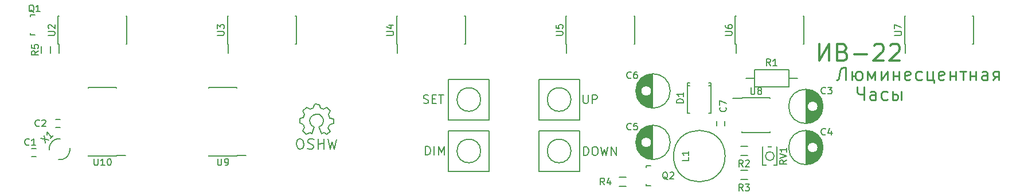
<source format=gto>
%FSLAX46Y46*%
G04 Gerber Fmt 4.6, Leading zero omitted, Abs format (unit mm)*
G04 Created by KiCad (PCBNEW (2014-10-27 BZR 5228)-product) date 7/21/2015 6:10:10 PM*
%MOMM*%
G01*
G04 APERTURE LIST*
%ADD10C,0.100000*%
%ADD11C,0.150000*%
%ADD12C,0.317500*%
%ADD13C,0.254000*%
%ADD14R,1.800860X2.499360*%
%ADD15R,0.800000X0.750000*%
%ADD16R,1.300000X1.300000*%
%ADD17C,1.300000*%
%ADD18R,0.750000X0.800000*%
%ADD19C,4.800600*%
%ADD20R,4.800600X4.800600*%
%ADD21C,2.286000*%
%ADD22R,1.905000X1.905000*%
%ADD23C,1.905000*%
%ADD24C,1.998980*%
%ADD25R,0.500000X0.900000*%
%ADD26R,1.000000X0.700000*%
%ADD27R,0.750000X0.700000*%
%ADD28R,2.100000X1.400000*%
%ADD29R,1.400000X1.900000*%
%ADD30O,1.400000X1.900000*%
%ADD31R,0.600000X1.500000*%
%ADD32C,1.000760*%
%ADD33R,1.550000X0.600000*%
%ADD34R,1.500000X0.600000*%
%ADD35R,2.032000X1.727200*%
%ADD36O,2.032000X1.727200*%
%ADD37R,0.800100X0.800100*%
%ADD38C,2.000000*%
%ADD39R,0.900000X0.500000*%
%ADD40C,1.778000*%
G04 APERTURE END LIST*
D10*
D11*
X61694786Y-44516524D02*
X61694786Y-43246524D01*
X61997167Y-43246524D01*
X62178595Y-43307000D01*
X62299548Y-43427952D01*
X62360024Y-43548905D01*
X62420500Y-43790810D01*
X62420500Y-43972238D01*
X62360024Y-44214143D01*
X62299548Y-44335095D01*
X62178595Y-44456048D01*
X61997167Y-44516524D01*
X61694786Y-44516524D01*
X62964786Y-44516524D02*
X62964786Y-43246524D01*
X63569548Y-44516524D02*
X63569548Y-43246524D01*
X63992881Y-44153667D01*
X64416215Y-43246524D01*
X64416215Y-44516524D01*
X61380310Y-36836048D02*
X61561738Y-36896524D01*
X61864119Y-36896524D01*
X61985072Y-36836048D01*
X62045548Y-36775571D01*
X62106024Y-36654619D01*
X62106024Y-36533667D01*
X62045548Y-36412714D01*
X61985072Y-36352238D01*
X61864119Y-36291762D01*
X61622215Y-36231286D01*
X61501262Y-36170810D01*
X61440786Y-36110333D01*
X61380310Y-35989381D01*
X61380310Y-35868429D01*
X61440786Y-35747476D01*
X61501262Y-35687000D01*
X61622215Y-35626524D01*
X61924595Y-35626524D01*
X62106024Y-35687000D01*
X62650310Y-36231286D02*
X63073643Y-36231286D01*
X63255072Y-36896524D02*
X62650310Y-36896524D01*
X62650310Y-35626524D01*
X63255072Y-35626524D01*
X63617929Y-35626524D02*
X64343644Y-35626524D01*
X63980787Y-36896524D02*
X63980787Y-35626524D01*
X85050691Y-44580024D02*
X85050691Y-43310024D01*
X85353072Y-43310024D01*
X85534500Y-43370500D01*
X85655453Y-43491452D01*
X85715929Y-43612405D01*
X85776405Y-43854310D01*
X85776405Y-44035738D01*
X85715929Y-44277643D01*
X85655453Y-44398595D01*
X85534500Y-44519548D01*
X85353072Y-44580024D01*
X85050691Y-44580024D01*
X86562596Y-43310024D02*
X86804500Y-43310024D01*
X86925453Y-43370500D01*
X87046405Y-43491452D01*
X87106881Y-43733357D01*
X87106881Y-44156690D01*
X87046405Y-44398595D01*
X86925453Y-44519548D01*
X86804500Y-44580024D01*
X86562596Y-44580024D01*
X86441643Y-44519548D01*
X86320691Y-44398595D01*
X86260215Y-44156690D01*
X86260215Y-43733357D01*
X86320691Y-43491452D01*
X86441643Y-43370500D01*
X86562596Y-43310024D01*
X87530215Y-43310024D02*
X87832596Y-44580024D01*
X88074500Y-43672881D01*
X88316405Y-44580024D01*
X88618786Y-43310024D01*
X89102596Y-44580024D02*
X89102596Y-43310024D01*
X89828310Y-44580024D01*
X89828310Y-43310024D01*
X84981143Y-35626524D02*
X84981143Y-36654619D01*
X85041619Y-36775571D01*
X85102095Y-36836048D01*
X85223048Y-36896524D01*
X85464952Y-36896524D01*
X85585905Y-36836048D01*
X85646381Y-36775571D01*
X85706857Y-36654619D01*
X85706857Y-35626524D01*
X86311619Y-36896524D02*
X86311619Y-35626524D01*
X86795428Y-35626524D01*
X86916381Y-35687000D01*
X86976857Y-35747476D01*
X87037333Y-35868429D01*
X87037333Y-36049857D01*
X86976857Y-36170810D01*
X86916381Y-36231286D01*
X86795428Y-36291762D01*
X86311619Y-36291762D01*
D12*
X119862600Y-28100867D02*
X119862600Y-30590067D01*
X121285000Y-28100867D01*
X121285000Y-30590067D01*
X123300066Y-29286200D02*
X123655666Y-29404733D01*
X123774199Y-29523267D01*
X123892733Y-29760333D01*
X123892733Y-30115933D01*
X123774199Y-30353000D01*
X123655666Y-30471533D01*
X123418599Y-30590067D01*
X122470333Y-30590067D01*
X122470333Y-28100867D01*
X123300066Y-28100867D01*
X123537133Y-28219400D01*
X123655666Y-28337933D01*
X123774199Y-28575000D01*
X123774199Y-28812067D01*
X123655666Y-29049133D01*
X123537133Y-29167667D01*
X123300066Y-29286200D01*
X122470333Y-29286200D01*
X124959533Y-29641800D02*
X126856066Y-29641800D01*
X127922866Y-28337933D02*
X128041400Y-28219400D01*
X128278466Y-28100867D01*
X128871133Y-28100867D01*
X129108200Y-28219400D01*
X129226733Y-28337933D01*
X129345266Y-28575000D01*
X129345266Y-28812067D01*
X129226733Y-29167667D01*
X127804333Y-30590067D01*
X129345266Y-30590067D01*
X130293533Y-28337933D02*
X130412067Y-28219400D01*
X130649133Y-28100867D01*
X131241800Y-28100867D01*
X131478867Y-28219400D01*
X131597400Y-28337933D01*
X131715933Y-28575000D01*
X131715933Y-28812067D01*
X131597400Y-29167667D01*
X130175000Y-30590067D01*
X131715933Y-30590067D01*
D13*
X123716143Y-33437286D02*
X123716143Y-31532286D01*
X123444000Y-31532286D01*
X123171857Y-31623000D01*
X122990429Y-31804429D01*
X122899714Y-32076571D01*
X122718286Y-33165143D01*
X122627571Y-33346571D01*
X122446143Y-33437286D01*
X122355429Y-33437286D01*
X124623285Y-32802286D02*
X125167571Y-32802286D01*
X124623285Y-32167286D02*
X124623285Y-33437286D01*
X125530428Y-33437286D02*
X125349000Y-33346571D01*
X125258285Y-33255857D01*
X125167571Y-33074429D01*
X125167571Y-32530143D01*
X125258285Y-32348714D01*
X125349000Y-32258000D01*
X125530428Y-32167286D01*
X125802571Y-32167286D01*
X125984000Y-32258000D01*
X126074714Y-32348714D01*
X126165428Y-32530143D01*
X126165428Y-33074429D01*
X126074714Y-33255857D01*
X125984000Y-33346571D01*
X125802571Y-33437286D01*
X125530428Y-33437286D01*
X126981856Y-33437286D02*
X126981856Y-32167286D01*
X127526142Y-33165143D01*
X128070428Y-32167286D01*
X128070428Y-33437286D01*
X128977570Y-32167286D02*
X128977570Y-33437286D01*
X129884713Y-32167286D01*
X129884713Y-33437286D01*
X130791856Y-32802286D02*
X131608285Y-32802286D01*
X130791856Y-32167286D02*
X130791856Y-33437286D01*
X131608285Y-32167286D02*
X131608285Y-33437286D01*
X133241142Y-33346571D02*
X133059713Y-33437286D01*
X132696856Y-33437286D01*
X132515427Y-33346571D01*
X132424713Y-33165143D01*
X132424713Y-32439429D01*
X132515427Y-32258000D01*
X132696856Y-32167286D01*
X133059713Y-32167286D01*
X133241142Y-32258000D01*
X133331856Y-32439429D01*
X133331856Y-32620857D01*
X132424713Y-32802286D01*
X134964713Y-33346571D02*
X134783284Y-33437286D01*
X134420427Y-33437286D01*
X134238999Y-33346571D01*
X134148284Y-33255857D01*
X134057570Y-33074429D01*
X134057570Y-32530143D01*
X134148284Y-32348714D01*
X134238999Y-32258000D01*
X134420427Y-32167286D01*
X134783284Y-32167286D01*
X134964713Y-32258000D01*
X136597570Y-32167286D02*
X136597570Y-33437286D01*
X135781141Y-32167286D02*
X135781141Y-33437286D01*
X136778999Y-33437286D01*
X136778999Y-33890857D01*
X138230427Y-33346571D02*
X138048998Y-33437286D01*
X137686141Y-33437286D01*
X137504712Y-33346571D01*
X137413998Y-33165143D01*
X137413998Y-32439429D01*
X137504712Y-32258000D01*
X137686141Y-32167286D01*
X138048998Y-32167286D01*
X138230427Y-32258000D01*
X138321141Y-32439429D01*
X138321141Y-32620857D01*
X137413998Y-32802286D01*
X139137569Y-32802286D02*
X139953998Y-32802286D01*
X139137569Y-32167286D02*
X139137569Y-33437286D01*
X139953998Y-32167286D02*
X139953998Y-33437286D01*
X140588998Y-32167286D02*
X141496140Y-32167286D01*
X141042569Y-32167286D02*
X141042569Y-33437286D01*
X142131140Y-32802286D02*
X142947569Y-32802286D01*
X142131140Y-32167286D02*
X142131140Y-33437286D01*
X142947569Y-32167286D02*
X142947569Y-33437286D01*
X144671140Y-33437286D02*
X144671140Y-32439429D01*
X144580426Y-32258000D01*
X144398997Y-32167286D01*
X144036140Y-32167286D01*
X143854711Y-32258000D01*
X144671140Y-33346571D02*
X144489711Y-33437286D01*
X144036140Y-33437286D01*
X143854711Y-33346571D01*
X143763997Y-33165143D01*
X143763997Y-32983714D01*
X143854711Y-32802286D01*
X144036140Y-32711571D01*
X144489711Y-32711571D01*
X144671140Y-32620857D01*
X145941140Y-32893000D02*
X145487568Y-33437286D01*
X146303997Y-33437286D02*
X146303997Y-32167286D01*
X145759711Y-32167286D01*
X145578282Y-32258000D01*
X145487568Y-32439429D01*
X145487568Y-32620857D01*
X145578282Y-32802286D01*
X145759711Y-32893000D01*
X146303997Y-32893000D01*
X126437572Y-34453286D02*
X126437572Y-36358286D01*
X125439715Y-34453286D02*
X125439715Y-35179000D01*
X125530429Y-35360429D01*
X125621144Y-35451143D01*
X125802572Y-35541857D01*
X126437572Y-35541857D01*
X128161144Y-36358286D02*
X128161144Y-35360429D01*
X128070430Y-35179000D01*
X127889001Y-35088286D01*
X127526144Y-35088286D01*
X127344715Y-35179000D01*
X128161144Y-36267571D02*
X127979715Y-36358286D01*
X127526144Y-36358286D01*
X127344715Y-36267571D01*
X127254001Y-36086143D01*
X127254001Y-35904714D01*
X127344715Y-35723286D01*
X127526144Y-35632571D01*
X127979715Y-35632571D01*
X128161144Y-35541857D01*
X129884715Y-36267571D02*
X129703286Y-36358286D01*
X129340429Y-36358286D01*
X129159001Y-36267571D01*
X129068286Y-36176857D01*
X128977572Y-35995429D01*
X128977572Y-35451143D01*
X129068286Y-35269714D01*
X129159001Y-35179000D01*
X129340429Y-35088286D01*
X129703286Y-35088286D01*
X129884715Y-35179000D01*
X131971143Y-35088286D02*
X131971143Y-36358286D01*
X130701143Y-35088286D02*
X130701143Y-36358286D01*
X131154715Y-36358286D01*
X131336143Y-36267571D01*
X131426858Y-36086143D01*
X131426858Y-35814000D01*
X131336143Y-35632571D01*
X131154715Y-35541857D01*
X130701143Y-35541857D01*
D11*
X100357940Y-34268860D02*
X100708460Y-34268860D01*
X103858060Y-34268860D02*
X103507540Y-34268860D01*
X100357940Y-38318440D02*
X100708460Y-38318440D01*
X100357940Y-33817560D02*
X100708460Y-33817560D01*
X103858060Y-33817560D02*
X103507540Y-33817560D01*
X103858060Y-38318440D02*
X103507540Y-38318440D01*
X100357940Y-33817560D02*
X100357940Y-38318440D01*
X103858060Y-33817560D02*
X103858060Y-38318440D01*
X4160000Y-44796000D02*
X3460000Y-44796000D01*
X3460000Y-43596000D02*
X4160000Y-43596000D01*
X7716000Y-40478000D02*
X7016000Y-40478000D01*
X7016000Y-39278000D02*
X7716000Y-39278000D01*
X117915000Y-34839000D02*
X117915000Y-39837000D01*
X118055000Y-34847000D02*
X118055000Y-37184000D01*
X118055000Y-37492000D02*
X118055000Y-39829000D01*
X118195000Y-34863000D02*
X118195000Y-36865000D01*
X118195000Y-37811000D02*
X118195000Y-39813000D01*
X118335000Y-34887000D02*
X118335000Y-36718000D01*
X118335000Y-37958000D02*
X118335000Y-39789000D01*
X118475000Y-34920000D02*
X118475000Y-36626000D01*
X118475000Y-38050000D02*
X118475000Y-39756000D01*
X118615000Y-34961000D02*
X118615000Y-36570000D01*
X118615000Y-38106000D02*
X118615000Y-39715000D01*
X118755000Y-35011000D02*
X118755000Y-36543000D01*
X118755000Y-38133000D02*
X118755000Y-39665000D01*
X118895000Y-35072000D02*
X118895000Y-36540000D01*
X118895000Y-38136000D02*
X118895000Y-39604000D01*
X119035000Y-35142000D02*
X119035000Y-36562000D01*
X119035000Y-38114000D02*
X119035000Y-39534000D01*
X119175000Y-35224000D02*
X119175000Y-36612000D01*
X119175000Y-38064000D02*
X119175000Y-39452000D01*
X119315000Y-35319000D02*
X119315000Y-36694000D01*
X119315000Y-37982000D02*
X119315000Y-39357000D01*
X119455000Y-35430000D02*
X119455000Y-36826000D01*
X119455000Y-37850000D02*
X119455000Y-39246000D01*
X119595000Y-35558000D02*
X119595000Y-37073000D01*
X119595000Y-37603000D02*
X119595000Y-39118000D01*
X119735000Y-35707000D02*
X119735000Y-38969000D01*
X119875000Y-35886000D02*
X119875000Y-38790000D01*
X120015000Y-36105000D02*
X120015000Y-38571000D01*
X120155000Y-36394000D02*
X120155000Y-38282000D01*
X120295000Y-36866000D02*
X120295000Y-37810000D01*
X119640000Y-37338000D02*
G75*
G03X119640000Y-37338000I-800000J0D01*
G01*
X120377500Y-37338000D02*
G75*
G03X120377500Y-37338000I-2537500J0D01*
G01*
X117915000Y-40935000D02*
X117915000Y-45933000D01*
X118055000Y-40943000D02*
X118055000Y-43280000D01*
X118055000Y-43588000D02*
X118055000Y-45925000D01*
X118195000Y-40959000D02*
X118195000Y-42961000D01*
X118195000Y-43907000D02*
X118195000Y-45909000D01*
X118335000Y-40983000D02*
X118335000Y-42814000D01*
X118335000Y-44054000D02*
X118335000Y-45885000D01*
X118475000Y-41016000D02*
X118475000Y-42722000D01*
X118475000Y-44146000D02*
X118475000Y-45852000D01*
X118615000Y-41057000D02*
X118615000Y-42666000D01*
X118615000Y-44202000D02*
X118615000Y-45811000D01*
X118755000Y-41107000D02*
X118755000Y-42639000D01*
X118755000Y-44229000D02*
X118755000Y-45761000D01*
X118895000Y-41168000D02*
X118895000Y-42636000D01*
X118895000Y-44232000D02*
X118895000Y-45700000D01*
X119035000Y-41238000D02*
X119035000Y-42658000D01*
X119035000Y-44210000D02*
X119035000Y-45630000D01*
X119175000Y-41320000D02*
X119175000Y-42708000D01*
X119175000Y-44160000D02*
X119175000Y-45548000D01*
X119315000Y-41415000D02*
X119315000Y-42790000D01*
X119315000Y-44078000D02*
X119315000Y-45453000D01*
X119455000Y-41526000D02*
X119455000Y-42922000D01*
X119455000Y-43946000D02*
X119455000Y-45342000D01*
X119595000Y-41654000D02*
X119595000Y-43169000D01*
X119595000Y-43699000D02*
X119595000Y-45214000D01*
X119735000Y-41803000D02*
X119735000Y-45065000D01*
X119875000Y-41982000D02*
X119875000Y-44886000D01*
X120015000Y-42201000D02*
X120015000Y-44667000D01*
X120155000Y-42490000D02*
X120155000Y-44378000D01*
X120295000Y-42962000D02*
X120295000Y-43906000D01*
X119640000Y-43434000D02*
G75*
G03X119640000Y-43434000I-800000J0D01*
G01*
X120377500Y-43434000D02*
G75*
G03X120377500Y-43434000I-2537500J0D01*
G01*
X95191000Y-45171000D02*
X95191000Y-40173000D01*
X95051000Y-45163000D02*
X95051000Y-42826000D01*
X95051000Y-42518000D02*
X95051000Y-40181000D01*
X94911000Y-45147000D02*
X94911000Y-43145000D01*
X94911000Y-42199000D02*
X94911000Y-40197000D01*
X94771000Y-45123000D02*
X94771000Y-43292000D01*
X94771000Y-42052000D02*
X94771000Y-40221000D01*
X94631000Y-45090000D02*
X94631000Y-43384000D01*
X94631000Y-41960000D02*
X94631000Y-40254000D01*
X94491000Y-45049000D02*
X94491000Y-43440000D01*
X94491000Y-41904000D02*
X94491000Y-40295000D01*
X94351000Y-44999000D02*
X94351000Y-43467000D01*
X94351000Y-41877000D02*
X94351000Y-40345000D01*
X94211000Y-44938000D02*
X94211000Y-43470000D01*
X94211000Y-41874000D02*
X94211000Y-40406000D01*
X94071000Y-44868000D02*
X94071000Y-43448000D01*
X94071000Y-41896000D02*
X94071000Y-40476000D01*
X93931000Y-44786000D02*
X93931000Y-43398000D01*
X93931000Y-41946000D02*
X93931000Y-40558000D01*
X93791000Y-44691000D02*
X93791000Y-43316000D01*
X93791000Y-42028000D02*
X93791000Y-40653000D01*
X93651000Y-44580000D02*
X93651000Y-43184000D01*
X93651000Y-42160000D02*
X93651000Y-40764000D01*
X93511000Y-44452000D02*
X93511000Y-42937000D01*
X93511000Y-42407000D02*
X93511000Y-40892000D01*
X93371000Y-44303000D02*
X93371000Y-41041000D01*
X93231000Y-44124000D02*
X93231000Y-41220000D01*
X93091000Y-43905000D02*
X93091000Y-41439000D01*
X92951000Y-43616000D02*
X92951000Y-41728000D01*
X92811000Y-43144000D02*
X92811000Y-42200000D01*
X95066000Y-42672000D02*
G75*
G03X95066000Y-42672000I-800000J0D01*
G01*
X97803500Y-42672000D02*
G75*
G03X97803500Y-42672000I-2537500J0D01*
G01*
X95191000Y-37551000D02*
X95191000Y-32553000D01*
X95051000Y-37543000D02*
X95051000Y-35206000D01*
X95051000Y-34898000D02*
X95051000Y-32561000D01*
X94911000Y-37527000D02*
X94911000Y-35525000D01*
X94911000Y-34579000D02*
X94911000Y-32577000D01*
X94771000Y-37503000D02*
X94771000Y-35672000D01*
X94771000Y-34432000D02*
X94771000Y-32601000D01*
X94631000Y-37470000D02*
X94631000Y-35764000D01*
X94631000Y-34340000D02*
X94631000Y-32634000D01*
X94491000Y-37429000D02*
X94491000Y-35820000D01*
X94491000Y-34284000D02*
X94491000Y-32675000D01*
X94351000Y-37379000D02*
X94351000Y-35847000D01*
X94351000Y-34257000D02*
X94351000Y-32725000D01*
X94211000Y-37318000D02*
X94211000Y-35850000D01*
X94211000Y-34254000D02*
X94211000Y-32786000D01*
X94071000Y-37248000D02*
X94071000Y-35828000D01*
X94071000Y-34276000D02*
X94071000Y-32856000D01*
X93931000Y-37166000D02*
X93931000Y-35778000D01*
X93931000Y-34326000D02*
X93931000Y-32938000D01*
X93791000Y-37071000D02*
X93791000Y-35696000D01*
X93791000Y-34408000D02*
X93791000Y-33033000D01*
X93651000Y-36960000D02*
X93651000Y-35564000D01*
X93651000Y-34540000D02*
X93651000Y-33144000D01*
X93511000Y-36832000D02*
X93511000Y-35317000D01*
X93511000Y-34787000D02*
X93511000Y-33272000D01*
X93371000Y-36683000D02*
X93371000Y-33421000D01*
X93231000Y-36504000D02*
X93231000Y-33600000D01*
X93091000Y-36285000D02*
X93091000Y-33819000D01*
X92951000Y-35996000D02*
X92951000Y-34108000D01*
X92811000Y-35524000D02*
X92811000Y-34580000D01*
X95066000Y-35052000D02*
G75*
G03X95066000Y-35052000I-800000J0D01*
G01*
X97803500Y-35052000D02*
G75*
G03X97803500Y-35052000I-2537500J0D01*
G01*
X104683000Y-40228000D02*
X104683000Y-39528000D01*
X105883000Y-39528000D02*
X105883000Y-40228000D01*
X105918000Y-44704000D02*
G75*
G03X105918000Y-44704000I-3810000J0D01*
G01*
X115316000Y-34417000D02*
X110236000Y-34417000D01*
X110236000Y-34417000D02*
X110236000Y-31877000D01*
X110236000Y-31877000D02*
X115316000Y-31877000D01*
X115316000Y-31877000D02*
X115316000Y-34417000D01*
X115316000Y-33147000D02*
X116586000Y-33147000D01*
X110236000Y-33147000D02*
X108966000Y-33147000D01*
X108212000Y-43267000D02*
X109212000Y-43267000D01*
X109212000Y-44617000D02*
X108212000Y-44617000D01*
X108212000Y-46823000D02*
X109212000Y-46823000D01*
X109212000Y-48173000D02*
X108212000Y-48173000D01*
X113172000Y-44704000D02*
G75*
G03X113172000Y-44704000I-650000J0D01*
G01*
X113572000Y-46054000D02*
X111472000Y-46054000D01*
X111472000Y-46054000D02*
X111472000Y-43354000D01*
X111472000Y-43354000D02*
X113572000Y-43354000D01*
X113572000Y-43354000D02*
X113572000Y-46054000D01*
X69822000Y-36322000D02*
G75*
G03X69822000Y-36322000I-1750000J0D01*
G01*
X65072000Y-33322000D02*
X71072000Y-33322000D01*
X71072000Y-33322000D02*
X71072000Y-39322000D01*
X71072000Y-39322000D02*
X65072000Y-39322000D01*
X65072000Y-39322000D02*
X65072000Y-33322000D01*
X83157000Y-36322000D02*
G75*
G03X83157000Y-36322000I-1750000J0D01*
G01*
X78407000Y-33322000D02*
X84407000Y-33322000D01*
X84407000Y-33322000D02*
X84407000Y-39322000D01*
X84407000Y-39322000D02*
X78407000Y-39322000D01*
X78407000Y-39322000D02*
X78407000Y-33322000D01*
X83157000Y-43942000D02*
G75*
G03X83157000Y-43942000I-1750000J0D01*
G01*
X84407000Y-46942000D02*
X78407000Y-46942000D01*
X78407000Y-46942000D02*
X78407000Y-40942000D01*
X78407000Y-40942000D02*
X84407000Y-40942000D01*
X84407000Y-40942000D02*
X84407000Y-46942000D01*
X69822000Y-43942000D02*
G75*
G03X69822000Y-43942000I-1750000J0D01*
G01*
X71072000Y-46942000D02*
X65072000Y-46942000D01*
X65072000Y-46942000D02*
X65072000Y-40942000D01*
X65072000Y-40942000D02*
X71072000Y-40942000D01*
X71072000Y-40942000D02*
X71072000Y-46942000D01*
X7421800Y-28110000D02*
X7526800Y-28110000D01*
X7421800Y-23960000D02*
X7526800Y-23960000D01*
X17571800Y-23960000D02*
X17466800Y-23960000D01*
X17571800Y-28110000D02*
X17466800Y-28110000D01*
X7421800Y-28110000D02*
X7421800Y-23960000D01*
X17571800Y-28110000D02*
X17571800Y-23960000D01*
X7526800Y-28110000D02*
X7526800Y-29485000D01*
X32423020Y-28110000D02*
X32528020Y-28110000D01*
X32423020Y-23960000D02*
X32528020Y-23960000D01*
X42573020Y-23960000D02*
X42468020Y-23960000D01*
X42573020Y-28110000D02*
X42468020Y-28110000D01*
X32423020Y-28110000D02*
X32423020Y-23960000D01*
X42573020Y-28110000D02*
X42573020Y-23960000D01*
X32528020Y-28110000D02*
X32528020Y-29485000D01*
X57409000Y-28110000D02*
X57514000Y-28110000D01*
X57409000Y-23960000D02*
X57514000Y-23960000D01*
X67559000Y-23960000D02*
X67454000Y-23960000D01*
X67559000Y-28110000D02*
X67454000Y-28110000D01*
X57409000Y-28110000D02*
X57409000Y-23960000D01*
X67559000Y-28110000D02*
X67559000Y-23960000D01*
X57514000Y-28110000D02*
X57514000Y-29485000D01*
X82428000Y-28110000D02*
X82533000Y-28110000D01*
X82428000Y-23960000D02*
X82533000Y-23960000D01*
X92578000Y-23960000D02*
X92473000Y-23960000D01*
X92578000Y-28110000D02*
X92473000Y-28110000D01*
X82428000Y-28110000D02*
X82428000Y-23960000D01*
X92578000Y-28110000D02*
X92578000Y-23960000D01*
X82533000Y-28110000D02*
X82533000Y-29485000D01*
X107421600Y-28110000D02*
X107526600Y-28110000D01*
X107421600Y-23960000D02*
X107526600Y-23960000D01*
X117571600Y-23960000D02*
X117466600Y-23960000D01*
X117571600Y-28110000D02*
X117466600Y-28110000D01*
X107421600Y-28110000D02*
X107421600Y-23960000D01*
X117571600Y-28110000D02*
X117571600Y-23960000D01*
X107526600Y-28110000D02*
X107526600Y-29485000D01*
X132415200Y-28110000D02*
X132520200Y-28110000D01*
X132415200Y-23960000D02*
X132520200Y-23960000D01*
X142565200Y-23960000D02*
X142460200Y-23960000D01*
X142565200Y-28110000D02*
X142460200Y-28110000D01*
X132415200Y-28110000D02*
X132415200Y-23960000D01*
X142565200Y-28110000D02*
X142565200Y-23960000D01*
X132520200Y-28110000D02*
X132520200Y-29485000D01*
X9175380Y-43759842D02*
X9175380Y-43547908D01*
X6100541Y-43440145D02*
X6098745Y-43793967D01*
X9175380Y-43759842D02*
X9105334Y-44181914D01*
X9105334Y-44181914D02*
X8821558Y-44677624D01*
X8821558Y-44677624D02*
X8539578Y-44959604D01*
X8539578Y-44959604D02*
X8043868Y-45171538D01*
X8043868Y-45171538D02*
X7514033Y-45209255D01*
X7691842Y-42132620D02*
X7302099Y-42166745D01*
X7302099Y-42166745D02*
X6840514Y-42344554D01*
X6840514Y-42344554D02*
X6488488Y-42628330D01*
X6488488Y-42628330D02*
X6204712Y-43052198D01*
X6204712Y-43052198D02*
X6100541Y-43440145D01*
X108415000Y-36033000D02*
X108415000Y-36178000D01*
X112565000Y-36033000D02*
X112565000Y-36178000D01*
X112565000Y-41183000D02*
X112565000Y-41038000D01*
X108415000Y-41183000D02*
X108415000Y-41038000D01*
X108415000Y-36033000D02*
X112565000Y-36033000D01*
X108415000Y-41183000D02*
X112565000Y-41183000D01*
X108415000Y-36178000D02*
X107015000Y-36178000D01*
X33825000Y-44699000D02*
X33825000Y-44594000D01*
X29675000Y-44699000D02*
X29675000Y-44594000D01*
X29675000Y-34549000D02*
X29675000Y-34654000D01*
X33825000Y-34549000D02*
X33825000Y-34654000D01*
X33825000Y-44699000D02*
X29675000Y-44699000D01*
X33825000Y-34549000D02*
X29675000Y-34549000D01*
X33825000Y-44594000D02*
X35200000Y-44594000D01*
X16045000Y-44699000D02*
X16045000Y-44594000D01*
X11895000Y-44699000D02*
X11895000Y-44594000D01*
X11895000Y-34549000D02*
X11895000Y-34654000D01*
X16045000Y-34549000D02*
X16045000Y-34654000D01*
X16045000Y-44699000D02*
X11895000Y-44699000D01*
X16045000Y-34549000D02*
X11895000Y-34549000D01*
X16045000Y-44594000D02*
X17420000Y-44594000D01*
X47261780Y-42186860D02*
X47622460Y-43657520D01*
X47622460Y-43657520D02*
X47901860Y-42595800D01*
X47901860Y-42595800D02*
X48211740Y-43667680D01*
X48211740Y-43667680D02*
X48552100Y-42217340D01*
X45841920Y-42877740D02*
X46631860Y-42867580D01*
X46631860Y-42867580D02*
X46642020Y-42877740D01*
X46642020Y-42877740D02*
X46642020Y-42867580D01*
X46682660Y-42156380D02*
X46682660Y-43698160D01*
X45793660Y-42146220D02*
X45793660Y-43715940D01*
X45793660Y-43715940D02*
X45803820Y-43705780D01*
X45242480Y-42247820D02*
X44891960Y-42166540D01*
X44891960Y-42166540D02*
X44571920Y-42156380D01*
X44571920Y-42156380D02*
X44333160Y-42357040D01*
X44333160Y-42357040D02*
X44302680Y-42626280D01*
X44302680Y-42626280D02*
X44543980Y-42867580D01*
X44543980Y-42867580D02*
X44932600Y-42997120D01*
X44932600Y-42997120D02*
X45112940Y-43157140D01*
X45112940Y-43157140D02*
X45153580Y-43456860D01*
X45153580Y-43456860D02*
X44922440Y-43677840D01*
X44922440Y-43677840D02*
X44602400Y-43705780D01*
X44602400Y-43705780D02*
X44251880Y-43596560D01*
X43213020Y-42146220D02*
X42964100Y-42166540D01*
X42964100Y-42166540D02*
X42722800Y-42407840D01*
X42722800Y-42407840D02*
X42633900Y-42898060D01*
X42633900Y-42898060D02*
X42661840Y-43246040D01*
X42661840Y-43246040D02*
X42862500Y-43566080D01*
X42862500Y-43566080D02*
X43113960Y-43688000D01*
X43113960Y-43688000D02*
X43423840Y-43616880D01*
X43423840Y-43616880D02*
X43642280Y-43436540D01*
X43642280Y-43436540D02*
X43713400Y-42976800D01*
X43713400Y-42976800D02*
X43662600Y-42567860D01*
X43662600Y-42567860D02*
X43553380Y-42285920D01*
X43553380Y-42285920D02*
X43192700Y-42156380D01*
X43812460Y-40426640D02*
X43553380Y-40987980D01*
X43553380Y-40987980D02*
X44091860Y-41506140D01*
X44091860Y-41506140D02*
X44612560Y-41236900D01*
X44612560Y-41236900D02*
X44891960Y-41396920D01*
X46332140Y-41376600D02*
X46662340Y-41186100D01*
X46662340Y-41186100D02*
X47101760Y-41516300D01*
X47101760Y-41516300D02*
X47574200Y-41026080D01*
X47574200Y-41026080D02*
X47292260Y-40546020D01*
X47292260Y-40546020D02*
X47482760Y-40076120D01*
X47482760Y-40076120D02*
X48092360Y-39888160D01*
X48092360Y-39888160D02*
X48092360Y-39207440D01*
X48092360Y-39207440D02*
X47533560Y-39067740D01*
X47533560Y-39067740D02*
X47332900Y-38496240D01*
X47332900Y-38496240D02*
X47602140Y-38026340D01*
X47602140Y-38026340D02*
X47132240Y-37515800D01*
X47132240Y-37515800D02*
X46614080Y-37777420D01*
X46614080Y-37777420D02*
X46144180Y-37576760D01*
X46144180Y-37576760D02*
X45974000Y-37035740D01*
X45974000Y-37035740D02*
X45283120Y-37017960D01*
X45283120Y-37017960D02*
X45072300Y-37566600D01*
X45072300Y-37566600D02*
X44653200Y-37736780D01*
X44653200Y-37736780D02*
X44102020Y-37467540D01*
X44102020Y-37467540D02*
X43583860Y-37995860D01*
X43583860Y-37995860D02*
X43832780Y-38536880D01*
X43832780Y-38536880D02*
X43662600Y-39016940D01*
X43662600Y-39016940D02*
X43113960Y-39116000D01*
X43113960Y-39116000D02*
X43103800Y-39817040D01*
X43103800Y-39817040D02*
X43662600Y-40017700D01*
X43662600Y-40017700D02*
X43802300Y-40416480D01*
X45943520Y-40396160D02*
X46243240Y-40246300D01*
X46243240Y-40246300D02*
X46443900Y-40048180D01*
X46443900Y-40048180D02*
X46593760Y-39646860D01*
X46593760Y-39646860D02*
X46593760Y-39248080D01*
X46593760Y-39248080D02*
X46443900Y-38897560D01*
X46443900Y-38897560D02*
X45991780Y-38547040D01*
X45991780Y-38547040D02*
X45542200Y-38496240D01*
X45542200Y-38496240D02*
X45143420Y-38597840D01*
X45143420Y-38597840D02*
X44742100Y-38945820D01*
X44742100Y-38945820D02*
X44592240Y-39397940D01*
X44592240Y-39397940D02*
X44643040Y-39895780D01*
X44643040Y-39895780D02*
X44891960Y-40198040D01*
X44891960Y-40198040D02*
X45242480Y-40396160D01*
X45242480Y-40396160D02*
X44891960Y-41396920D01*
X45943520Y-40396160D02*
X46342300Y-41396920D01*
X3286760Y-23973840D02*
X3286760Y-24022100D01*
X3987800Y-26772820D02*
X3286760Y-26772820D01*
X3286760Y-26772820D02*
X3286760Y-26523900D01*
X3286760Y-23973840D02*
X3286760Y-23773180D01*
X3286760Y-23773180D02*
X3987800Y-23773180D01*
X94218760Y-46325840D02*
X94218760Y-46374100D01*
X94919800Y-49124820D02*
X94218760Y-49124820D01*
X94218760Y-49124820D02*
X94218760Y-48875900D01*
X94218760Y-46325840D02*
X94218760Y-46125180D01*
X94218760Y-46125180D02*
X94919800Y-46125180D01*
X90305000Y-47839000D02*
X91305000Y-47839000D01*
X91305000Y-49189000D02*
X90305000Y-49189000D01*
X4913000Y-29456000D02*
X4913000Y-28456000D01*
X6263000Y-28456000D02*
X6263000Y-29456000D01*
X99766381Y-36806095D02*
X98766381Y-36806095D01*
X98766381Y-36568000D01*
X98814000Y-36425142D01*
X98909238Y-36329904D01*
X99004476Y-36282285D01*
X99194952Y-36234666D01*
X99337810Y-36234666D01*
X99528286Y-36282285D01*
X99623524Y-36329904D01*
X99718762Y-36425142D01*
X99766381Y-36568000D01*
X99766381Y-36806095D01*
X99766381Y-35282285D02*
X99766381Y-35853714D01*
X99766381Y-35568000D02*
X98766381Y-35568000D01*
X98909238Y-35663238D01*
X99004476Y-35758476D01*
X99052095Y-35853714D01*
X3135334Y-43029143D02*
X3087715Y-43076762D01*
X2944858Y-43124381D01*
X2849620Y-43124381D01*
X2706762Y-43076762D01*
X2611524Y-42981524D01*
X2563905Y-42886286D01*
X2516286Y-42695810D01*
X2516286Y-42552952D01*
X2563905Y-42362476D01*
X2611524Y-42267238D01*
X2706762Y-42172000D01*
X2849620Y-42124381D01*
X2944858Y-42124381D01*
X3087715Y-42172000D01*
X3135334Y-42219619D01*
X4087715Y-43124381D02*
X3516286Y-43124381D01*
X3802000Y-43124381D02*
X3802000Y-42124381D01*
X3706762Y-42267238D01*
X3611524Y-42362476D01*
X3516286Y-42410095D01*
X4659334Y-40235143D02*
X4611715Y-40282762D01*
X4468858Y-40330381D01*
X4373620Y-40330381D01*
X4230762Y-40282762D01*
X4135524Y-40187524D01*
X4087905Y-40092286D01*
X4040286Y-39901810D01*
X4040286Y-39758952D01*
X4087905Y-39568476D01*
X4135524Y-39473238D01*
X4230762Y-39378000D01*
X4373620Y-39330381D01*
X4468858Y-39330381D01*
X4611715Y-39378000D01*
X4659334Y-39425619D01*
X5040286Y-39425619D02*
X5087905Y-39378000D01*
X5183143Y-39330381D01*
X5421239Y-39330381D01*
X5516477Y-39378000D01*
X5564096Y-39425619D01*
X5611715Y-39520857D01*
X5611715Y-39616095D01*
X5564096Y-39758952D01*
X4992667Y-40330381D01*
X5611715Y-40330381D01*
X120737334Y-35409143D02*
X120689715Y-35456762D01*
X120546858Y-35504381D01*
X120451620Y-35504381D01*
X120308762Y-35456762D01*
X120213524Y-35361524D01*
X120165905Y-35266286D01*
X120118286Y-35075810D01*
X120118286Y-34932952D01*
X120165905Y-34742476D01*
X120213524Y-34647238D01*
X120308762Y-34552000D01*
X120451620Y-34504381D01*
X120546858Y-34504381D01*
X120689715Y-34552000D01*
X120737334Y-34599619D01*
X121070667Y-34504381D02*
X121689715Y-34504381D01*
X121356381Y-34885333D01*
X121499239Y-34885333D01*
X121594477Y-34932952D01*
X121642096Y-34980571D01*
X121689715Y-35075810D01*
X121689715Y-35313905D01*
X121642096Y-35409143D01*
X121594477Y-35456762D01*
X121499239Y-35504381D01*
X121213524Y-35504381D01*
X121118286Y-35456762D01*
X121070667Y-35409143D01*
X120737334Y-41505143D02*
X120689715Y-41552762D01*
X120546858Y-41600381D01*
X120451620Y-41600381D01*
X120308762Y-41552762D01*
X120213524Y-41457524D01*
X120165905Y-41362286D01*
X120118286Y-41171810D01*
X120118286Y-41028952D01*
X120165905Y-40838476D01*
X120213524Y-40743238D01*
X120308762Y-40648000D01*
X120451620Y-40600381D01*
X120546858Y-40600381D01*
X120689715Y-40648000D01*
X120737334Y-40695619D01*
X121594477Y-40933714D02*
X121594477Y-41600381D01*
X121356381Y-40552762D02*
X121118286Y-41267048D01*
X121737334Y-41267048D01*
X92035334Y-40743143D02*
X91987715Y-40790762D01*
X91844858Y-40838381D01*
X91749620Y-40838381D01*
X91606762Y-40790762D01*
X91511524Y-40695524D01*
X91463905Y-40600286D01*
X91416286Y-40409810D01*
X91416286Y-40266952D01*
X91463905Y-40076476D01*
X91511524Y-39981238D01*
X91606762Y-39886000D01*
X91749620Y-39838381D01*
X91844858Y-39838381D01*
X91987715Y-39886000D01*
X92035334Y-39933619D01*
X92940096Y-39838381D02*
X92463905Y-39838381D01*
X92416286Y-40314571D01*
X92463905Y-40266952D01*
X92559143Y-40219333D01*
X92797239Y-40219333D01*
X92892477Y-40266952D01*
X92940096Y-40314571D01*
X92987715Y-40409810D01*
X92987715Y-40647905D01*
X92940096Y-40743143D01*
X92892477Y-40790762D01*
X92797239Y-40838381D01*
X92559143Y-40838381D01*
X92463905Y-40790762D01*
X92416286Y-40743143D01*
X92035334Y-33123143D02*
X91987715Y-33170762D01*
X91844858Y-33218381D01*
X91749620Y-33218381D01*
X91606762Y-33170762D01*
X91511524Y-33075524D01*
X91463905Y-32980286D01*
X91416286Y-32789810D01*
X91416286Y-32646952D01*
X91463905Y-32456476D01*
X91511524Y-32361238D01*
X91606762Y-32266000D01*
X91749620Y-32218381D01*
X91844858Y-32218381D01*
X91987715Y-32266000D01*
X92035334Y-32313619D01*
X92892477Y-32218381D02*
X92702000Y-32218381D01*
X92606762Y-32266000D01*
X92559143Y-32313619D01*
X92463905Y-32456476D01*
X92416286Y-32646952D01*
X92416286Y-33027905D01*
X92463905Y-33123143D01*
X92511524Y-33170762D01*
X92606762Y-33218381D01*
X92797239Y-33218381D01*
X92892477Y-33170762D01*
X92940096Y-33123143D01*
X92987715Y-33027905D01*
X92987715Y-32789810D01*
X92940096Y-32694571D01*
X92892477Y-32646952D01*
X92797239Y-32599333D01*
X92606762Y-32599333D01*
X92511524Y-32646952D01*
X92463905Y-32694571D01*
X92416286Y-32789810D01*
X106021143Y-37504666D02*
X106068762Y-37552285D01*
X106116381Y-37695142D01*
X106116381Y-37790380D01*
X106068762Y-37933238D01*
X105973524Y-38028476D01*
X105878286Y-38076095D01*
X105687810Y-38123714D01*
X105544952Y-38123714D01*
X105354476Y-38076095D01*
X105259238Y-38028476D01*
X105164000Y-37933238D01*
X105116381Y-37790380D01*
X105116381Y-37695142D01*
X105164000Y-37552285D01*
X105211619Y-37504666D01*
X105116381Y-37171333D02*
X105116381Y-36504666D01*
X106116381Y-36933238D01*
X100561401Y-44870666D02*
X100561401Y-45346857D01*
X99561401Y-45346857D01*
X100561401Y-44013523D02*
X100561401Y-44584952D01*
X100561401Y-44299238D02*
X99561401Y-44299238D01*
X99704258Y-44394476D01*
X99799496Y-44489714D01*
X99847115Y-44584952D01*
X112609334Y-31313381D02*
X112276000Y-30837190D01*
X112037905Y-31313381D02*
X112037905Y-30313381D01*
X112418858Y-30313381D01*
X112514096Y-30361000D01*
X112561715Y-30408619D01*
X112609334Y-30503857D01*
X112609334Y-30646714D01*
X112561715Y-30741952D01*
X112514096Y-30789571D01*
X112418858Y-30837190D01*
X112037905Y-30837190D01*
X113561715Y-31313381D02*
X112990286Y-31313381D01*
X113276000Y-31313381D02*
X113276000Y-30313381D01*
X113180762Y-30456238D01*
X113085524Y-30551476D01*
X112990286Y-30599095D01*
X108545334Y-46294381D02*
X108212000Y-45818190D01*
X107973905Y-46294381D02*
X107973905Y-45294381D01*
X108354858Y-45294381D01*
X108450096Y-45342000D01*
X108497715Y-45389619D01*
X108545334Y-45484857D01*
X108545334Y-45627714D01*
X108497715Y-45722952D01*
X108450096Y-45770571D01*
X108354858Y-45818190D01*
X107973905Y-45818190D01*
X108926286Y-45389619D02*
X108973905Y-45342000D01*
X109069143Y-45294381D01*
X109307239Y-45294381D01*
X109402477Y-45342000D01*
X109450096Y-45389619D01*
X109497715Y-45484857D01*
X109497715Y-45580095D01*
X109450096Y-45722952D01*
X108878667Y-46294381D01*
X109497715Y-46294381D01*
X108545334Y-49850381D02*
X108212000Y-49374190D01*
X107973905Y-49850381D02*
X107973905Y-48850381D01*
X108354858Y-48850381D01*
X108450096Y-48898000D01*
X108497715Y-48945619D01*
X108545334Y-49040857D01*
X108545334Y-49183714D01*
X108497715Y-49278952D01*
X108450096Y-49326571D01*
X108354858Y-49374190D01*
X107973905Y-49374190D01*
X108878667Y-48850381D02*
X109497715Y-48850381D01*
X109164381Y-49231333D01*
X109307239Y-49231333D01*
X109402477Y-49278952D01*
X109450096Y-49326571D01*
X109497715Y-49421810D01*
X109497715Y-49659905D01*
X109450096Y-49755143D01*
X109402477Y-49802762D01*
X109307239Y-49850381D01*
X109021524Y-49850381D01*
X108926286Y-49802762D01*
X108878667Y-49755143D01*
X114974381Y-45299238D02*
X114498190Y-45632572D01*
X114974381Y-45870667D02*
X113974381Y-45870667D01*
X113974381Y-45489714D01*
X114022000Y-45394476D01*
X114069619Y-45346857D01*
X114164857Y-45299238D01*
X114307714Y-45299238D01*
X114402952Y-45346857D01*
X114450571Y-45394476D01*
X114498190Y-45489714D01*
X114498190Y-45870667D01*
X113974381Y-45013524D02*
X114974381Y-44680191D01*
X113974381Y-44346857D01*
X114974381Y-43489714D02*
X114974381Y-44061143D01*
X114974381Y-43775429D02*
X113974381Y-43775429D01*
X114117238Y-43870667D01*
X114212476Y-43965905D01*
X114260095Y-44061143D01*
X5949181Y-26796905D02*
X6758705Y-26796905D01*
X6853943Y-26749286D01*
X6901562Y-26701667D01*
X6949181Y-26606429D01*
X6949181Y-26415952D01*
X6901562Y-26320714D01*
X6853943Y-26273095D01*
X6758705Y-26225476D01*
X5949181Y-26225476D01*
X6044419Y-25796905D02*
X5996800Y-25749286D01*
X5949181Y-25654048D01*
X5949181Y-25415952D01*
X5996800Y-25320714D01*
X6044419Y-25273095D01*
X6139657Y-25225476D01*
X6234895Y-25225476D01*
X6377752Y-25273095D01*
X6949181Y-25844524D01*
X6949181Y-25225476D01*
X30950401Y-26796905D02*
X31759925Y-26796905D01*
X31855163Y-26749286D01*
X31902782Y-26701667D01*
X31950401Y-26606429D01*
X31950401Y-26415952D01*
X31902782Y-26320714D01*
X31855163Y-26273095D01*
X31759925Y-26225476D01*
X30950401Y-26225476D01*
X30950401Y-25844524D02*
X30950401Y-25225476D01*
X31331353Y-25558810D01*
X31331353Y-25415952D01*
X31378972Y-25320714D01*
X31426591Y-25273095D01*
X31521830Y-25225476D01*
X31759925Y-25225476D01*
X31855163Y-25273095D01*
X31902782Y-25320714D01*
X31950401Y-25415952D01*
X31950401Y-25701667D01*
X31902782Y-25796905D01*
X31855163Y-25844524D01*
X55936381Y-26796905D02*
X56745905Y-26796905D01*
X56841143Y-26749286D01*
X56888762Y-26701667D01*
X56936381Y-26606429D01*
X56936381Y-26415952D01*
X56888762Y-26320714D01*
X56841143Y-26273095D01*
X56745905Y-26225476D01*
X55936381Y-26225476D01*
X56269714Y-25320714D02*
X56936381Y-25320714D01*
X55888762Y-25558810D02*
X56603048Y-25796905D01*
X56603048Y-25177857D01*
X80955381Y-26796905D02*
X81764905Y-26796905D01*
X81860143Y-26749286D01*
X81907762Y-26701667D01*
X81955381Y-26606429D01*
X81955381Y-26415952D01*
X81907762Y-26320714D01*
X81860143Y-26273095D01*
X81764905Y-26225476D01*
X80955381Y-26225476D01*
X80955381Y-25273095D02*
X80955381Y-25749286D01*
X81431571Y-25796905D01*
X81383952Y-25749286D01*
X81336333Y-25654048D01*
X81336333Y-25415952D01*
X81383952Y-25320714D01*
X81431571Y-25273095D01*
X81526810Y-25225476D01*
X81764905Y-25225476D01*
X81860143Y-25273095D01*
X81907762Y-25320714D01*
X81955381Y-25415952D01*
X81955381Y-25654048D01*
X81907762Y-25749286D01*
X81860143Y-25796905D01*
X105948981Y-26796905D02*
X106758505Y-26796905D01*
X106853743Y-26749286D01*
X106901362Y-26701667D01*
X106948981Y-26606429D01*
X106948981Y-26415952D01*
X106901362Y-26320714D01*
X106853743Y-26273095D01*
X106758505Y-26225476D01*
X105948981Y-26225476D01*
X105948981Y-25320714D02*
X105948981Y-25511191D01*
X105996600Y-25606429D01*
X106044219Y-25654048D01*
X106187076Y-25749286D01*
X106377552Y-25796905D01*
X106758505Y-25796905D01*
X106853743Y-25749286D01*
X106901362Y-25701667D01*
X106948981Y-25606429D01*
X106948981Y-25415952D01*
X106901362Y-25320714D01*
X106853743Y-25273095D01*
X106758505Y-25225476D01*
X106520410Y-25225476D01*
X106425171Y-25273095D01*
X106377552Y-25320714D01*
X106329933Y-25415952D01*
X106329933Y-25606429D01*
X106377552Y-25701667D01*
X106425171Y-25749286D01*
X106520410Y-25796905D01*
X130942581Y-26796905D02*
X131752105Y-26796905D01*
X131847343Y-26749286D01*
X131894962Y-26701667D01*
X131942581Y-26606429D01*
X131942581Y-26415952D01*
X131894962Y-26320714D01*
X131847343Y-26273095D01*
X131752105Y-26225476D01*
X130942581Y-26225476D01*
X130942581Y-25844524D02*
X130942581Y-25177857D01*
X131942581Y-25606429D01*
X4864304Y-42077144D02*
X6042816Y-42312846D01*
X5335709Y-41605739D02*
X5571411Y-42784251D01*
X6682579Y-41673082D02*
X6278518Y-42077144D01*
X6480548Y-41875113D02*
X5773441Y-41168007D01*
X5807113Y-41336365D01*
X5807113Y-41471052D01*
X5773441Y-41572067D01*
X109728095Y-34560381D02*
X109728095Y-35369905D01*
X109775714Y-35465143D01*
X109823333Y-35512762D01*
X109918571Y-35560381D01*
X110109048Y-35560381D01*
X110204286Y-35512762D01*
X110251905Y-35465143D01*
X110299524Y-35369905D01*
X110299524Y-34560381D01*
X110918571Y-34988952D02*
X110823333Y-34941333D01*
X110775714Y-34893714D01*
X110728095Y-34798476D01*
X110728095Y-34750857D01*
X110775714Y-34655619D01*
X110823333Y-34608000D01*
X110918571Y-34560381D01*
X111109048Y-34560381D01*
X111204286Y-34608000D01*
X111251905Y-34655619D01*
X111299524Y-34750857D01*
X111299524Y-34798476D01*
X111251905Y-34893714D01*
X111204286Y-34941333D01*
X111109048Y-34988952D01*
X110918571Y-34988952D01*
X110823333Y-35036571D01*
X110775714Y-35084190D01*
X110728095Y-35179429D01*
X110728095Y-35369905D01*
X110775714Y-35465143D01*
X110823333Y-35512762D01*
X110918571Y-35560381D01*
X111109048Y-35560381D01*
X111204286Y-35512762D01*
X111251905Y-35465143D01*
X111299524Y-35369905D01*
X111299524Y-35179429D01*
X111251905Y-35084190D01*
X111204286Y-35036571D01*
X111109048Y-34988952D01*
X30988095Y-45076381D02*
X30988095Y-45885905D01*
X31035714Y-45981143D01*
X31083333Y-46028762D01*
X31178571Y-46076381D01*
X31369048Y-46076381D01*
X31464286Y-46028762D01*
X31511905Y-45981143D01*
X31559524Y-45885905D01*
X31559524Y-45076381D01*
X32083333Y-46076381D02*
X32273809Y-46076381D01*
X32369048Y-46028762D01*
X32416667Y-45981143D01*
X32511905Y-45838286D01*
X32559524Y-45647810D01*
X32559524Y-45266857D01*
X32511905Y-45171619D01*
X32464286Y-45124000D01*
X32369048Y-45076381D01*
X32178571Y-45076381D01*
X32083333Y-45124000D01*
X32035714Y-45171619D01*
X31988095Y-45266857D01*
X31988095Y-45504952D01*
X32035714Y-45600190D01*
X32083333Y-45647810D01*
X32178571Y-45695429D01*
X32369048Y-45695429D01*
X32464286Y-45647810D01*
X32511905Y-45600190D01*
X32559524Y-45504952D01*
X12731905Y-45076381D02*
X12731905Y-45885905D01*
X12779524Y-45981143D01*
X12827143Y-46028762D01*
X12922381Y-46076381D01*
X13112858Y-46076381D01*
X13208096Y-46028762D01*
X13255715Y-45981143D01*
X13303334Y-45885905D01*
X13303334Y-45076381D01*
X14303334Y-46076381D02*
X13731905Y-46076381D01*
X14017619Y-46076381D02*
X14017619Y-45076381D01*
X13922381Y-45219238D01*
X13827143Y-45314476D01*
X13731905Y-45362095D01*
X14922381Y-45076381D02*
X15017620Y-45076381D01*
X15112858Y-45124000D01*
X15160477Y-45171619D01*
X15208096Y-45266857D01*
X15255715Y-45457333D01*
X15255715Y-45695429D01*
X15208096Y-45885905D01*
X15160477Y-45981143D01*
X15112858Y-46028762D01*
X15017620Y-46076381D01*
X14922381Y-46076381D01*
X14827143Y-46028762D01*
X14779524Y-45981143D01*
X14731905Y-45885905D01*
X14684286Y-45695429D01*
X14684286Y-45457333D01*
X14731905Y-45266857D01*
X14779524Y-45171619D01*
X14827143Y-45124000D01*
X14922381Y-45076381D01*
X3841762Y-23407619D02*
X3746524Y-23360000D01*
X3651286Y-23264762D01*
X3508429Y-23121905D01*
X3413190Y-23074286D01*
X3317952Y-23074286D01*
X3365571Y-23312381D02*
X3270333Y-23264762D01*
X3175095Y-23169524D01*
X3127476Y-22979048D01*
X3127476Y-22645714D01*
X3175095Y-22455238D01*
X3270333Y-22360000D01*
X3365571Y-22312381D01*
X3556048Y-22312381D01*
X3651286Y-22360000D01*
X3746524Y-22455238D01*
X3794143Y-22645714D01*
X3794143Y-22979048D01*
X3746524Y-23169524D01*
X3651286Y-23264762D01*
X3556048Y-23312381D01*
X3365571Y-23312381D01*
X4746524Y-23312381D02*
X4175095Y-23312381D01*
X4460809Y-23312381D02*
X4460809Y-22312381D01*
X4365571Y-22455238D01*
X4270333Y-22550476D01*
X4175095Y-22598095D01*
X97440762Y-48172619D02*
X97345524Y-48125000D01*
X97250286Y-48029762D01*
X97107429Y-47886905D01*
X97012190Y-47839286D01*
X96916952Y-47839286D01*
X96964571Y-48077381D02*
X96869333Y-48029762D01*
X96774095Y-47934524D01*
X96726476Y-47744048D01*
X96726476Y-47410714D01*
X96774095Y-47220238D01*
X96869333Y-47125000D01*
X96964571Y-47077381D01*
X97155048Y-47077381D01*
X97250286Y-47125000D01*
X97345524Y-47220238D01*
X97393143Y-47410714D01*
X97393143Y-47744048D01*
X97345524Y-47934524D01*
X97250286Y-48029762D01*
X97155048Y-48077381D01*
X96964571Y-48077381D01*
X97774095Y-47172619D02*
X97821714Y-47125000D01*
X97916952Y-47077381D01*
X98155048Y-47077381D01*
X98250286Y-47125000D01*
X98297905Y-47172619D01*
X98345524Y-47267857D01*
X98345524Y-47363095D01*
X98297905Y-47505952D01*
X97726476Y-48077381D01*
X98345524Y-48077381D01*
X88098334Y-48966381D02*
X87765000Y-48490190D01*
X87526905Y-48966381D02*
X87526905Y-47966381D01*
X87907858Y-47966381D01*
X88003096Y-48014000D01*
X88050715Y-48061619D01*
X88098334Y-48156857D01*
X88098334Y-48299714D01*
X88050715Y-48394952D01*
X88003096Y-48442571D01*
X87907858Y-48490190D01*
X87526905Y-48490190D01*
X88955477Y-48299714D02*
X88955477Y-48966381D01*
X88717381Y-47918762D02*
X88479286Y-48633048D01*
X89098334Y-48633048D01*
X4516381Y-29122666D02*
X4040190Y-29456000D01*
X4516381Y-29694095D02*
X3516381Y-29694095D01*
X3516381Y-29313142D01*
X3564000Y-29217904D01*
X3611619Y-29170285D01*
X3706857Y-29122666D01*
X3849714Y-29122666D01*
X3944952Y-29170285D01*
X3992571Y-29217904D01*
X4040190Y-29313142D01*
X4040190Y-29694095D01*
X3516381Y-28217904D02*
X3516381Y-28694095D01*
X3992571Y-28741714D01*
X3944952Y-28694095D01*
X3897333Y-28598857D01*
X3897333Y-28360761D01*
X3944952Y-28265523D01*
X3992571Y-28217904D01*
X4087810Y-28170285D01*
X4325905Y-28170285D01*
X4421143Y-28217904D01*
X4468762Y-28265523D01*
X4516381Y-28360761D01*
X4516381Y-28598857D01*
X4468762Y-28694095D01*
X4421143Y-28741714D01*
%LPC*%
D14*
X102108000Y-34069020D03*
X102108000Y-38066980D03*
D15*
X4560000Y-44196000D03*
X3060000Y-44196000D03*
X8116000Y-39878000D03*
X6616000Y-39878000D03*
D16*
X116840000Y-37338000D03*
D17*
X118840000Y-37338000D03*
D16*
X116840000Y-43434000D03*
D17*
X118840000Y-43434000D03*
D16*
X96266000Y-42672000D03*
D17*
X94266000Y-42672000D03*
D16*
X96266000Y-35052000D03*
D17*
X94266000Y-35052000D03*
D18*
X105283000Y-40628000D03*
X105283000Y-39128000D03*
D19*
X131826000Y-41656000D03*
D20*
X125730000Y-41656000D03*
D19*
X129540000Y-46736000D03*
D21*
X137160000Y-46736000D03*
X137160000Y-36576000D03*
X143129000Y-46736000D03*
X143129000Y-36576000D03*
X146685000Y-45085000D03*
X146685000Y-38227000D03*
X143129000Y-41656000D03*
X139700000Y-41656000D03*
D22*
X102108000Y-42164000D03*
D23*
X102108000Y-47244000D03*
D24*
X117856000Y-33147000D03*
X107696000Y-33147000D03*
D25*
X109462000Y-43942000D03*
X107962000Y-43942000D03*
X109462000Y-47498000D03*
X107962000Y-47498000D03*
D26*
X112522000Y-45804000D03*
D27*
X113147000Y-43604000D03*
X111897000Y-43604000D03*
D28*
X63522000Y-34072000D03*
X63522000Y-38572000D03*
X72522000Y-34072000D03*
X72522000Y-38572000D03*
X76857000Y-34072000D03*
X76857000Y-38572000D03*
X85857000Y-34072000D03*
X85857000Y-38572000D03*
X85957000Y-46192000D03*
X85957000Y-41692000D03*
X76957000Y-46192000D03*
X76957000Y-41692000D03*
X72622000Y-46192000D03*
X72622000Y-41692000D03*
X63622000Y-46192000D03*
X63622000Y-41692000D03*
D29*
X2540000Y-32385000D03*
D30*
X5080000Y-32385000D03*
X7620000Y-32385000D03*
X10160000Y-32385000D03*
X12700000Y-32385000D03*
X15240000Y-32385000D03*
X17780000Y-32385000D03*
X20320000Y-32385000D03*
X22860000Y-32385000D03*
X25400000Y-32385000D03*
X27940000Y-32385000D03*
X30480000Y-32385000D03*
X33020000Y-32385000D03*
X35560000Y-32385000D03*
X38100000Y-32385000D03*
X40640000Y-32385000D03*
X43180000Y-32385000D03*
X45720000Y-32385000D03*
X48260000Y-32385000D03*
X50800000Y-32385000D03*
X50800000Y-47625000D03*
X48260000Y-47625000D03*
X45720000Y-47625000D03*
X43180000Y-47625000D03*
X40640000Y-47625000D03*
X38100000Y-47625000D03*
X35560000Y-47625000D03*
X33020000Y-47625000D03*
X30480000Y-47625000D03*
X27940000Y-47625000D03*
X25400000Y-47625000D03*
X22860000Y-47625000D03*
X20320000Y-47625000D03*
X17780000Y-47625000D03*
X15240000Y-47625000D03*
X12700000Y-47625000D03*
X10160000Y-47625000D03*
X7620000Y-47625000D03*
X5080000Y-47625000D03*
X2540000Y-47625000D03*
D31*
X8051800Y-28735000D03*
X9321800Y-28735000D03*
X10591800Y-28735000D03*
X11861800Y-28735000D03*
X13131800Y-28735000D03*
X14401800Y-28735000D03*
X15671800Y-28735000D03*
X16941800Y-28735000D03*
X16941800Y-23335000D03*
X15671800Y-23335000D03*
X14401800Y-23335000D03*
X13131800Y-23335000D03*
X11861800Y-23335000D03*
X10591800Y-23335000D03*
X9321800Y-23335000D03*
X8051800Y-23335000D03*
X33053020Y-28735000D03*
X34323020Y-28735000D03*
X35593020Y-28735000D03*
X36863020Y-28735000D03*
X38133020Y-28735000D03*
X39403020Y-28735000D03*
X40673020Y-28735000D03*
X41943020Y-28735000D03*
X41943020Y-23335000D03*
X40673020Y-23335000D03*
X39403020Y-23335000D03*
X38133020Y-23335000D03*
X36863020Y-23335000D03*
X35593020Y-23335000D03*
X34323020Y-23335000D03*
X33053020Y-23335000D03*
X58039000Y-28735000D03*
X59309000Y-28735000D03*
X60579000Y-28735000D03*
X61849000Y-28735000D03*
X63119000Y-28735000D03*
X64389000Y-28735000D03*
X65659000Y-28735000D03*
X66929000Y-28735000D03*
X66929000Y-23335000D03*
X65659000Y-23335000D03*
X64389000Y-23335000D03*
X63119000Y-23335000D03*
X61849000Y-23335000D03*
X60579000Y-23335000D03*
X59309000Y-23335000D03*
X58039000Y-23335000D03*
X83058000Y-28735000D03*
X84328000Y-28735000D03*
X85598000Y-28735000D03*
X86868000Y-28735000D03*
X88138000Y-28735000D03*
X89408000Y-28735000D03*
X90678000Y-28735000D03*
X91948000Y-28735000D03*
X91948000Y-23335000D03*
X90678000Y-23335000D03*
X89408000Y-23335000D03*
X88138000Y-23335000D03*
X86868000Y-23335000D03*
X85598000Y-23335000D03*
X84328000Y-23335000D03*
X83058000Y-23335000D03*
X108051600Y-28735000D03*
X109321600Y-28735000D03*
X110591600Y-28735000D03*
X111861600Y-28735000D03*
X113131600Y-28735000D03*
X114401600Y-28735000D03*
X115671600Y-28735000D03*
X116941600Y-28735000D03*
X116941600Y-23335000D03*
X115671600Y-23335000D03*
X114401600Y-23335000D03*
X113131600Y-23335000D03*
X111861600Y-23335000D03*
X110591600Y-23335000D03*
X109321600Y-23335000D03*
X108051600Y-23335000D03*
X133045200Y-28735000D03*
X134315200Y-28735000D03*
X135585200Y-28735000D03*
X136855200Y-28735000D03*
X138125200Y-28735000D03*
X139395200Y-28735000D03*
X140665200Y-28735000D03*
X141935200Y-28735000D03*
X141935200Y-23335000D03*
X140665200Y-23335000D03*
X139395200Y-23335000D03*
X138125200Y-23335000D03*
X136855200Y-23335000D03*
X135585200Y-23335000D03*
X134315200Y-23335000D03*
X133045200Y-23335000D03*
D32*
X6701320Y-44606680D02*
X7055142Y-44252858D01*
X8184858Y-43123142D02*
X8538680Y-42769320D01*
D33*
X107790000Y-36703000D03*
X107790000Y-37973000D03*
X107790000Y-39243000D03*
X107790000Y-40513000D03*
X113190000Y-40513000D03*
X113190000Y-39243000D03*
X113190000Y-37973000D03*
X113190000Y-36703000D03*
D34*
X34450000Y-44069000D03*
X34450000Y-42799000D03*
X34450000Y-41529000D03*
X34450000Y-40259000D03*
X34450000Y-38989000D03*
X34450000Y-37719000D03*
X34450000Y-36449000D03*
X34450000Y-35179000D03*
X29050000Y-35179000D03*
X29050000Y-36449000D03*
X29050000Y-37719000D03*
X29050000Y-38989000D03*
X29050000Y-40259000D03*
X29050000Y-41529000D03*
X29050000Y-42799000D03*
X29050000Y-44069000D03*
X16670000Y-44069000D03*
X16670000Y-42799000D03*
X16670000Y-41529000D03*
X16670000Y-40259000D03*
X16670000Y-38989000D03*
X16670000Y-37719000D03*
X16670000Y-36449000D03*
X16670000Y-35179000D03*
X11270000Y-35179000D03*
X11270000Y-36449000D03*
X11270000Y-37719000D03*
X11270000Y-38989000D03*
X11270000Y-40259000D03*
X11270000Y-41529000D03*
X11270000Y-42799000D03*
X11270000Y-44069000D03*
D35*
X58674000Y-45085000D03*
D36*
X58674000Y-42545000D03*
X58674000Y-40005000D03*
X58674000Y-37465000D03*
X58674000Y-34925000D03*
D37*
X4937760Y-26223000D03*
X4937760Y-24323000D03*
X2938780Y-25273000D03*
X95869760Y-48575000D03*
X95869760Y-46675000D03*
X93870780Y-47625000D03*
D38*
X91376500Y-45963840D03*
X91376500Y-38364160D03*
D25*
X91555000Y-48514000D03*
X90055000Y-48514000D03*
D39*
X5588000Y-28206000D03*
X5588000Y-29706000D03*
D35*
X54864000Y-42545000D03*
D36*
X54864000Y-40005000D03*
X54864000Y-37465000D03*
X54864000Y-34925000D03*
D40*
X8498840Y-19428460D03*
X6748780Y-15928340D03*
X6748780Y-11430000D03*
X6748780Y-6931660D03*
X8498840Y-3431540D03*
X12496800Y-2430780D03*
X16494760Y-3431540D03*
X18244820Y-6931660D03*
X18244820Y-11430000D03*
X18244820Y-15928340D03*
X16494760Y-19428460D03*
X12496800Y-20429220D03*
X33500060Y-19428460D03*
X31750000Y-15928340D03*
X31750000Y-11430000D03*
X31750000Y-6931660D03*
X33500060Y-3431540D03*
X37498020Y-2430780D03*
X41495980Y-3431540D03*
X43246040Y-6931660D03*
X43246040Y-11430000D03*
X43246040Y-15928340D03*
X41495980Y-19428460D03*
X37498020Y-20429220D03*
X58486040Y-19428460D03*
X56735980Y-15928340D03*
X56735980Y-11430000D03*
X56735980Y-6931660D03*
X58486040Y-3431540D03*
X62484000Y-2430780D03*
X66481960Y-3431540D03*
X68232020Y-6931660D03*
X68232020Y-11430000D03*
X68232020Y-15928340D03*
X66481960Y-19428460D03*
X62484000Y-20429220D03*
X83505040Y-19428460D03*
X81754980Y-15928340D03*
X81754980Y-11430000D03*
X81754980Y-6931660D03*
X83505040Y-3431540D03*
X87503000Y-2430780D03*
X91500960Y-3431540D03*
X93251020Y-6931660D03*
X93251020Y-11430000D03*
X93251020Y-15928340D03*
X91500960Y-19428460D03*
X87503000Y-20429220D03*
X108498640Y-19428460D03*
X106748580Y-15928340D03*
X106748580Y-11430000D03*
X106748580Y-6931660D03*
X108498640Y-3431540D03*
X112496600Y-2430780D03*
X116494560Y-3431540D03*
X118244620Y-6931660D03*
X118244620Y-11430000D03*
X118244620Y-15928340D03*
X116494560Y-19428460D03*
X112496600Y-20429220D03*
X133492240Y-19428460D03*
X131742180Y-15928340D03*
X131742180Y-11430000D03*
X131742180Y-6931660D03*
X133492240Y-3431540D03*
X137490200Y-2430780D03*
X141488160Y-3431540D03*
X143238220Y-6931660D03*
X143238220Y-11430000D03*
X143238220Y-15928340D03*
X141488160Y-19428460D03*
X137490200Y-20429220D03*
M02*

</source>
